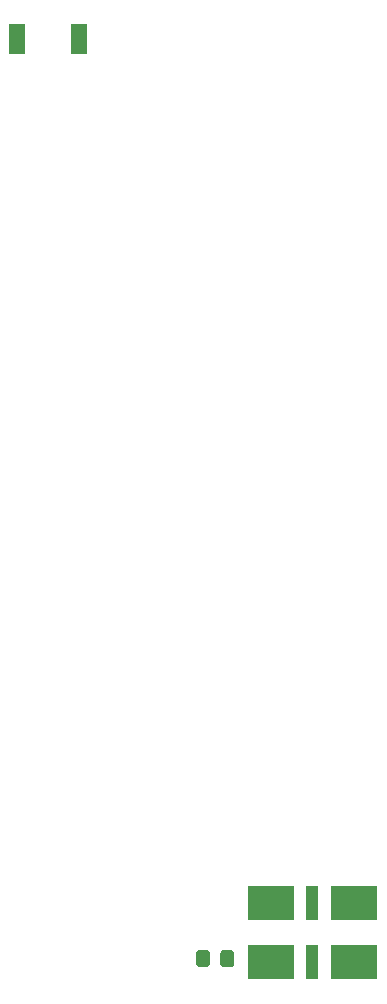
<source format=gbr>
G04 #@! TF.GenerationSoftware,KiCad,Pcbnew,5.1.4+dfsg1-1*
G04 #@! TF.CreationDate,2019-11-22T10:50:05-08:00*
G04 #@! TF.ProjectId,mrfixit,6d726669-7869-4742-9e6b-696361645f70,rev?*
G04 #@! TF.SameCoordinates,Original*
G04 #@! TF.FileFunction,Paste,Bot*
G04 #@! TF.FilePolarity,Positive*
%FSLAX46Y46*%
G04 Gerber Fmt 4.6, Leading zero omitted, Abs format (unit mm)*
G04 Created by KiCad (PCBNEW 5.1.4+dfsg1-1) date 2019-11-22 10:50:05*
%MOMM*%
%LPD*%
G04 APERTURE LIST*
%ADD10C,0.100000*%
%ADD11C,1.150000*%
%ADD12R,1.400000X2.600000*%
%ADD13R,4.000000X3.000000*%
%ADD14R,1.000000X3.000000*%
G04 APERTURE END LIST*
D10*
G36*
X122224505Y-133611204D02*
G01*
X122248773Y-133614804D01*
X122272572Y-133620765D01*
X122295671Y-133629030D01*
X122317850Y-133639520D01*
X122338893Y-133652132D01*
X122358599Y-133666747D01*
X122376777Y-133683223D01*
X122393253Y-133701401D01*
X122407868Y-133721107D01*
X122420480Y-133742150D01*
X122430970Y-133764329D01*
X122439235Y-133787428D01*
X122445196Y-133811227D01*
X122448796Y-133835495D01*
X122450000Y-133859999D01*
X122450000Y-134760001D01*
X122448796Y-134784505D01*
X122445196Y-134808773D01*
X122439235Y-134832572D01*
X122430970Y-134855671D01*
X122420480Y-134877850D01*
X122407868Y-134898893D01*
X122393253Y-134918599D01*
X122376777Y-134936777D01*
X122358599Y-134953253D01*
X122338893Y-134967868D01*
X122317850Y-134980480D01*
X122295671Y-134990970D01*
X122272572Y-134999235D01*
X122248773Y-135005196D01*
X122224505Y-135008796D01*
X122200001Y-135010000D01*
X121549999Y-135010000D01*
X121525495Y-135008796D01*
X121501227Y-135005196D01*
X121477428Y-134999235D01*
X121454329Y-134990970D01*
X121432150Y-134980480D01*
X121411107Y-134967868D01*
X121391401Y-134953253D01*
X121373223Y-134936777D01*
X121356747Y-134918599D01*
X121342132Y-134898893D01*
X121329520Y-134877850D01*
X121319030Y-134855671D01*
X121310765Y-134832572D01*
X121304804Y-134808773D01*
X121301204Y-134784505D01*
X121300000Y-134760001D01*
X121300000Y-133859999D01*
X121301204Y-133835495D01*
X121304804Y-133811227D01*
X121310765Y-133787428D01*
X121319030Y-133764329D01*
X121329520Y-133742150D01*
X121342132Y-133721107D01*
X121356747Y-133701401D01*
X121373223Y-133683223D01*
X121391401Y-133666747D01*
X121411107Y-133652132D01*
X121432150Y-133639520D01*
X121454329Y-133629030D01*
X121477428Y-133620765D01*
X121501227Y-133614804D01*
X121525495Y-133611204D01*
X121549999Y-133610000D01*
X122200001Y-133610000D01*
X122224505Y-133611204D01*
X122224505Y-133611204D01*
G37*
D11*
X121875000Y-134310000D03*
D10*
G36*
X120174505Y-133611204D02*
G01*
X120198773Y-133614804D01*
X120222572Y-133620765D01*
X120245671Y-133629030D01*
X120267850Y-133639520D01*
X120288893Y-133652132D01*
X120308599Y-133666747D01*
X120326777Y-133683223D01*
X120343253Y-133701401D01*
X120357868Y-133721107D01*
X120370480Y-133742150D01*
X120380970Y-133764329D01*
X120389235Y-133787428D01*
X120395196Y-133811227D01*
X120398796Y-133835495D01*
X120400000Y-133859999D01*
X120400000Y-134760001D01*
X120398796Y-134784505D01*
X120395196Y-134808773D01*
X120389235Y-134832572D01*
X120380970Y-134855671D01*
X120370480Y-134877850D01*
X120357868Y-134898893D01*
X120343253Y-134918599D01*
X120326777Y-134936777D01*
X120308599Y-134953253D01*
X120288893Y-134967868D01*
X120267850Y-134980480D01*
X120245671Y-134990970D01*
X120222572Y-134999235D01*
X120198773Y-135005196D01*
X120174505Y-135008796D01*
X120150001Y-135010000D01*
X119499999Y-135010000D01*
X119475495Y-135008796D01*
X119451227Y-135005196D01*
X119427428Y-134999235D01*
X119404329Y-134990970D01*
X119382150Y-134980480D01*
X119361107Y-134967868D01*
X119341401Y-134953253D01*
X119323223Y-134936777D01*
X119306747Y-134918599D01*
X119292132Y-134898893D01*
X119279520Y-134877850D01*
X119269030Y-134855671D01*
X119260765Y-134832572D01*
X119254804Y-134808773D01*
X119251204Y-134784505D01*
X119250000Y-134760001D01*
X119250000Y-133859999D01*
X119251204Y-133835495D01*
X119254804Y-133811227D01*
X119260765Y-133787428D01*
X119269030Y-133764329D01*
X119279520Y-133742150D01*
X119292132Y-133721107D01*
X119306747Y-133701401D01*
X119323223Y-133683223D01*
X119341401Y-133666747D01*
X119361107Y-133652132D01*
X119382150Y-133639520D01*
X119404329Y-133629030D01*
X119427428Y-133620765D01*
X119451227Y-133614804D01*
X119475495Y-133611204D01*
X119499999Y-133610000D01*
X120150001Y-133610000D01*
X120174505Y-133611204D01*
X120174505Y-133611204D01*
G37*
D11*
X119825000Y-134310000D03*
D12*
X109320000Y-56480000D03*
X104120000Y-56480000D03*
D13*
X125550000Y-134630000D03*
X125550000Y-129590000D03*
D14*
X129090000Y-134630000D03*
X129090000Y-129590000D03*
D13*
X132630000Y-134630000D03*
X132630000Y-129590000D03*
M02*

</source>
